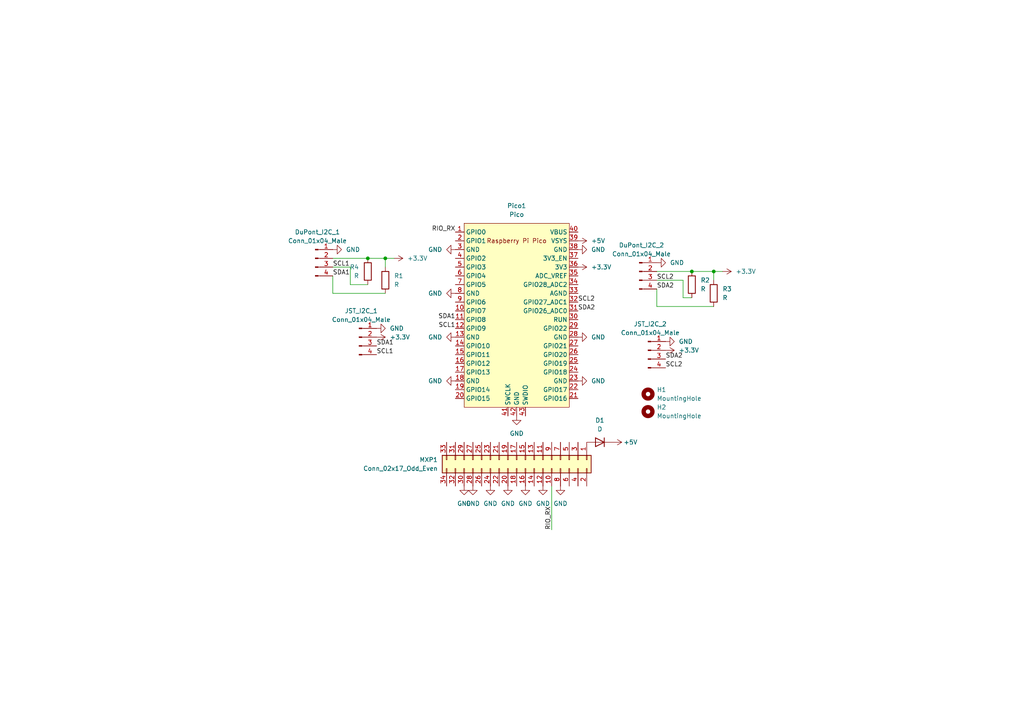
<source format=kicad_sch>
(kicad_sch (version 20211123) (generator eeschema)
  (paper "A4")
  (lib_symbols
    (symbol "Connector:Conn_01x04_Male" (pin_names (offset 1.016) hide)
      (property "Reference" "J" (at 0 5.08 0))
      (property "Value" "Conn_01x04_Male" (at 0 -7.62 0))
      (symbol "Conn_01x04_Male_1_1"
        (polyline (pts (xy 1.27 -5.08) (xy 0.8636 -5.08)) (stroke (width 0.1524)))
        (polyline (pts (xy 1.27 -2.54) (xy 0.8636 -2.54)) (stroke (width 0.1524)))
        (polyline (pts (xy 1.27 0) (xy 0.8636 0)) (stroke (width 0.1524)))
        (polyline (pts (xy 1.27 2.54) (xy 0.8636 2.54)) (stroke (width 0.1524)))
        (rectangle (start 0.8636 -4.953) (end 0 -5.207) (stroke (width 0.1524)) (fill (type outline)))
        (rectangle (start 0.8636 -2.413) (end 0 -2.667) (stroke (width 0.1524)) (fill (type outline)))
        (rectangle (start 0.8636 0.127) (end 0 -0.127) (stroke (width 0.1524)) (fill (type outline)))
        (rectangle (start 0.8636 2.667) (end 0 2.413) (stroke (width 0.1524)) (fill (type outline)))
        (pin passive line (at 5.08 2.54 180) (length 3.81) (name "Pin_1") (number "1"))
        (pin passive line (at 5.08 0 180) (length 3.81) (name "Pin_2") (number "2"))
        (pin passive line (at 5.08 -2.54 180) (length 3.81) (name "Pin_3") (number "3"))
        (pin passive line (at 5.08 -5.08 180) (length 3.81) (name "Pin_4") (number "4"))
      )
    )
    (symbol "Connector_Generic:Conn_02x17_Odd_Even" (pin_names (offset 1.016) hide)
      (property "Reference" "J" (at 1.27 22.86 0))
      (property "Value" "Conn_02x17_Odd_Even" (at 1.27 -22.86 0))
      (symbol "Conn_02x17_Odd_Even_1_1"
        (rectangle (start -1.27 -20.193) (end 0 -20.447) (stroke (width 0.1524)))
        (rectangle (start -1.27 -17.653) (end 0 -17.907) (stroke (width 0.1524)))
        (rectangle (start -1.27 -15.113) (end 0 -15.367) (stroke (width 0.1524)))
        (rectangle (start -1.27 -12.573) (end 0 -12.827) (stroke (width 0.1524)))
        (rectangle (start -1.27 -10.033) (end 0 -10.287) (stroke (width 0.1524)))
        (rectangle (start -1.27 -7.493) (end 0 -7.747) (stroke (width 0.1524)))
        (rectangle (start -1.27 -4.953) (end 0 -5.207) (stroke (width 0.1524)))
        (rectangle (start -1.27 -2.413) (end 0 -2.667) (stroke (width 0.1524)))
        (rectangle (start -1.27 0.127) (end 0 -0.127) (stroke (width 0.1524)))
        (rectangle (start -1.27 2.667) (end 0 2.413) (stroke (width 0.1524)))
        (rectangle (start -1.27 5.207) (end 0 4.953) (stroke (width 0.1524)))
        (rectangle (start -1.27 7.747) (end 0 7.493) (stroke (width 0.1524)))
        (rectangle (start -1.27 10.287) (end 0 10.033) (stroke (width 0.1524)))
        (rectangle (start -1.27 12.827) (end 0 12.573) (stroke (width 0.1524)))
        (rectangle (start -1.27 15.367) (end 0 15.113) (stroke (width 0.1524)))
        (rectangle (start -1.27 17.907) (end 0 17.653) (stroke (width 0.1524)))
        (rectangle (start -1.27 20.447) (end 0 20.193) (stroke (width 0.1524)))
        (rectangle (start -1.27 21.59) (end 3.81 -21.59) (stroke (width 0.254)) (fill (type background)))
        (rectangle (start 3.81 -20.193) (end 2.54 -20.447) (stroke (width 0.1524)))
        (rectangle (start 3.81 -17.653) (end 2.54 -17.907) (stroke (width 0.1524)))
        (rectangle (start 3.81 -15.113) (end 2.54 -15.367) (stroke (width 0.1524)))
        (rectangle (start 3.81 -12.573) (end 2.54 -12.827) (stroke (width 0.1524)))
        (rectangle (start 3.81 -10.033) (end 2.54 -10.287) (stroke (width 0.1524)))
        (rectangle (start 3.81 -7.493) (end 2.54 -7.747) (stroke (width 0.1524)))
        (rectangle (start 3.81 -4.953) (end 2.54 -5.207) (stroke (width 0.1524)))
        (rectangle (start 3.81 -2.413) (end 2.54 -2.667) (stroke (width 0.1524)))
        (rectangle (start 3.81 0.127) (end 2.54 -0.127) (stroke (width 0.1524)))
        (rectangle (start 3.81 2.667) (end 2.54 2.413) (stroke (width 0.1524)))
        (rectangle (start 3.81 5.207) (end 2.54 4.953) (stroke (width 0.1524)))
        (rectangle (start 3.81 7.747) (end 2.54 7.493) (stroke (width 0.1524)))
        (rectangle (start 3.81 10.287) (end 2.54 10.033) (stroke (width 0.1524)))
        (rectangle (start 3.81 12.827) (end 2.54 12.573) (stroke (width 0.1524)))
        (rectangle (start 3.81 15.367) (end 2.54 15.113) (stroke (width 0.1524)))
        (rectangle (start 3.81 17.907) (end 2.54 17.653) (stroke (width 0.1524)))
        (rectangle (start 3.81 20.447) (end 2.54 20.193) (stroke (width 0.1524)))
        (pin passive line (at -5.08 20.32 0) (length 3.81) (name "Pin_1") (number "1"))
        (pin passive line (at 7.62 10.16 180) (length 3.81) (name "Pin_10") (number "10"))
        (pin passive line (at -5.08 7.62 0) (length 3.81) (name "Pin_11") (number "11"))
        (pin passive line (at 7.62 7.62 180) (length 3.81) (name "Pin_12") (number "12"))
        (pin passive line (at -5.08 5.08 0) (length 3.81) (name "Pin_13") (number "13"))
        (pin passive line (at 7.62 5.08 180) (length 3.81) (name "Pin_14") (number "14"))
        (pin passive line (at -5.08 2.54 0) (length 3.81) (name "Pin_15") (number "15"))
        (pin passive line (at 7.62 2.54 180) (length 3.81) (name "Pin_16") (number "16"))
        (pin passive line (at -5.08 0 0) (length 3.81) (name "Pin_17") (number "17"))
        (pin passive line (at 7.62 0 180) (length 3.81) (name "Pin_18") (number "18"))
        (pin passive line (at -5.08 -2.54 0) (length 3.81) (name "Pin_19") (number "19"))
        (pin passive line (at 7.62 20.32 180) (length 3.81) (name "Pin_2") (number "2"))
        (pin passive line (at 7.62 -2.54 180) (length 3.81) (name "Pin_20") (number "20"))
        (pin passive line (at -5.08 -5.08 0) (length 3.81) (name "Pin_21") (number "21"))
        (pin passive line (at 7.62 -5.08 180) (length 3.81) (name "Pin_22") (number "22"))
        (pin passive line (at -5.08 -7.62 0) (length 3.81) (name "Pin_23") (number "23"))
        (pin passive line (at 7.62 -7.62 180) (length 3.81) (name "Pin_24") (number "24"))
        (pin passive line (at -5.08 -10.16 0) (length 3.81) (name "Pin_25") (number "25"))
        (pin passive line (at 7.62 -10.16 180) (length 3.81) (name "Pin_26") (number "26"))
        (pin passive line (at -5.08 -12.7 0) (length 3.81) (name "Pin_27") (number "27"))
        (pin passive line (at 7.62 -12.7 180) (length 3.81) (name "Pin_28") (number "28"))
        (pin passive line (at -5.08 -15.24 0) (length 3.81) (name "Pin_29") (number "29"))
        (pin passive line (at -5.08 17.78 0) (length 3.81) (name "Pin_3") (number "3"))
        (pin passive line (at 7.62 -15.24 180) (length 3.81) (name "Pin_30") (number "30"))
        (pin passive line (at -5.08 -17.78 0) (length 3.81) (name "Pin_31") (number "31"))
        (pin passive line (at 7.62 -17.78 180) (length 3.81) (name "Pin_32") (number "32"))
        (pin passive line (at -5.08 -20.32 0) (length 3.81) (name "Pin_33") (number "33"))
        (pin passive line (at 7.62 -20.32 180) (length 3.81) (name "Pin_34") (number "34"))
        (pin passive line (at 7.62 17.78 180) (length 3.81) (name "Pin_4") (number "4"))
        (pin passive line (at -5.08 15.24 0) (length 3.81) (name "Pin_5") (number "5"))
        (pin passive line (at 7.62 15.24 180) (length 3.81) (name "Pin_6") (number "6"))
        (pin passive line (at -5.08 12.7 0) (length 3.81) (name "Pin_7") (number "7"))
        (pin passive line (at 7.62 12.7 180) (length 3.81) (name "Pin_8") (number "8"))
        (pin passive line (at -5.08 10.16 0) (length 3.81) (name "Pin_9") (number "9"))
      )
    )
    (symbol "Device:D" (pin_numbers hide) (pin_names (offset 1.016) hide)
      (property "Reference" "D" (at 0 2.54 0))
      (property "Value" "D" (at 0 -2.54 0))
      (symbol "D_0_1"
        (polyline (pts (xy -1.27 1.27) (xy -1.27 -1.27)) (stroke (width 0.254)))
        (polyline (pts (xy 1.27 0) (xy -1.27 0)))
        (polyline (pts (xy 1.27 1.27) (xy 1.27 -1.27) (xy -1.27 0) (xy 1.27 1.27)) (stroke (width 0.254)))
      )
      (symbol "D_1_1"
        (pin passive line (at -3.81 0 0) (length 2.54) (name "K") (number "1"))
        (pin passive line (at 3.81 0 180) (length 2.54) (name "A") (number "2"))
      )
    )
    (symbol "Device:R" (pin_numbers hide) (pin_names (offset 0))
      (property "Reference" "R" (at 2.032 0 90))
      (property "Value" "R" (at 0 0 90))
      (symbol "R_0_1"
        (rectangle (start -1.016 -2.54) (end 1.016 2.54) (stroke (width 0.254)))
      )
      (symbol "R_1_1"
        (pin passive line (at 0 3.81 270) (length 1.27) (name "~") (number "1"))
        (pin passive line (at 0 -3.81 90) (length 1.27) (name "~") (number "2"))
      )
    )
    (symbol "MCU_RaspberryPi_and_Boards:Pico"
      (property "Reference" "U" (at -13.97 27.94 0))
      (property "Value" "Pico" (at 0 19.05 0))
      (symbol "Pico_0_0"
        (text "Raspberry Pi Pico" (at 0 21.59 0) (effects (font (size 1.27 1.27))))
      )
      (symbol "Pico_0_1"
        (rectangle (start -15.24 26.67) (end 15.24 -26.67) (fill (type background)))
      )
      (symbol "Pico_1_1"
        (pin bidirectional line (at -17.78 24.13 0) (length 2.54) (name "GPIO0") (number "1"))
        (pin bidirectional line (at -17.78 1.27 0) (length 2.54) (name "GPIO7") (number "10"))
        (pin bidirectional line (at -17.78 -1.27 0) (length 2.54) (name "GPIO8") (number "11"))
        (pin bidirectional line (at -17.78 -3.81 0) (length 2.54) (name "GPIO9") (number "12"))
        (pin power_in line (at -17.78 -6.35 0) (length 2.54) (name "GND") (number "13"))
        (pin bidirectional line (at -17.78 -8.89 0) (length 2.54) (name "GPIO10") (number "14"))
        (pin bidirectional line (at -17.78 -11.43 0) (length 2.54) (name "GPIO11") (number "15"))
        (pin bidirectional line (at -17.78 -13.97 0) (length 2.54) (name "GPIO12") (number "16"))
        (pin bidirectional line (at -17.78 -16.51 0) (length 2.54) (name "GPIO13") (number "17"))
        (pin power_in line (at -17.78 -19.05 0) (length 2.54) (name "GND") (number "18"))
        (pin bidirectional line (at -17.78 -21.59 0) (length 2.54) (name "GPIO14") (number "19"))
        (pin bidirectional line (at -17.78 21.59 0) (length 2.54) (name "GPIO1") (number "2"))
        (pin bidirectional line (at -17.78 -24.13 0) (length 2.54) (name "GPIO15") (number "20"))
        (pin bidirectional line (at 17.78 -24.13 180) (length 2.54) (name "GPIO16") (number "21"))
        (pin bidirectional line (at 17.78 -21.59 180) (length 2.54) (name "GPIO17") (number "22"))
        (pin power_in line (at 17.78 -19.05 180) (length 2.54) (name "GND") (number "23"))
        (pin bidirectional line (at 17.78 -16.51 180) (length 2.54) (name "GPIO18") (number "24"))
        (pin bidirectional line (at 17.78 -13.97 180) (length 2.54) (name "GPIO19") (number "25"))
        (pin bidirectional line (at 17.78 -11.43 180) (length 2.54) (name "GPIO20") (number "26"))
        (pin bidirectional line (at 17.78 -8.89 180) (length 2.54) (name "GPIO21") (number "27"))
        (pin power_in line (at 17.78 -6.35 180) (length 2.54) (name "GND") (number "28"))
        (pin bidirectional line (at 17.78 -3.81 180) (length 2.54) (name "GPIO22") (number "29"))
        (pin power_in line (at -17.78 19.05 0) (length 2.54) (name "GND") (number "3"))
        (pin input line (at 17.78 -1.27 180) (length 2.54) (name "RUN") (number "30"))
        (pin bidirectional line (at 17.78 1.27 180) (length 2.54) (name "GPIO26_ADC0") (number "31"))
        (pin bidirectional line (at 17.78 3.81 180) (length 2.54) (name "GPIO27_ADC1") (number "32"))
        (pin power_in line (at 17.78 6.35 180) (length 2.54) (name "AGND") (number "33"))
        (pin bidirectional line (at 17.78 8.89 180) (length 2.54) (name "GPIO28_ADC2") (number "34"))
        (pin power_in line (at 17.78 11.43 180) (length 2.54) (name "ADC_VREF") (number "35"))
        (pin power_in line (at 17.78 13.97 180) (length 2.54) (name "3V3") (number "36"))
        (pin input line (at 17.78 16.51 180) (length 2.54) (name "3V3_EN") (number "37"))
        (pin bidirectional line (at 17.78 19.05 180) (length 2.54) (name "GND") (number "38"))
        (pin power_in line (at 17.78 21.59 180) (length 2.54) (name "VSYS") (number "39"))
        (pin bidirectional line (at -17.78 16.51 0) (length 2.54) (name "GPIO2") (number "4"))
        (pin power_in line (at 17.78 24.13 180) (length 2.54) (name "VBUS") (number "40"))
        (pin input line (at -2.54 -29.21 90) (length 2.54) (name "SWCLK") (number "41"))
        (pin power_in line (at 0 -29.21 90) (length 2.54) (name "GND") (number "42"))
        (pin bidirectional line (at 2.54 -29.21 90) (length 2.54) (name "SWDIO") (number "43"))
        (pin bidirectional line (at -17.78 13.97 0) (length 2.54) (name "GPIO3") (number "5"))
        (pin bidirectional line (at -17.78 11.43 0) (length 2.54) (name "GPIO4") (number "6"))
        (pin bidirectional line (at -17.78 8.89 0) (length 2.54) (name "GPIO5") (number "7"))
        (pin power_in line (at -17.78 6.35 0) (length 2.54) (name "GND") (number "8"))
        (pin bidirectional line (at -17.78 3.81 0) (length 2.54) (name "GPIO6") (number "9"))
      )
    )
    (symbol "Mechanical:MountingHole" (pin_names (offset 1.016))
      (property "Reference" "H" (at 0 5.08 0))
      (property "Value" "MountingHole" (at 0 3.175 0))
      (symbol "MountingHole_0_1"
        (circle (center 0 0) (radius 1.27) (stroke (width 1.27)))
      )
    )
    (symbol "power:+3.3V" (power) (pin_names (offset 0))
      (property "Value" "+3.3V" (at 0 3.556 0))
      (symbol "+3.3V_0_1"
        (polyline (pts (xy -0.762 1.27) (xy 0 2.54)))
        (polyline (pts (xy 0 0) (xy 0 2.54)))
        (polyline (pts (xy 0 2.54) (xy 0.762 1.27)))
      )
      (symbol "+3.3V_1_1"
        (pin power_in line (at 0 0 90) (length 0) hide (name "+3.3V") (number "1"))
      )
    )
    (symbol "power:+5V" (power) (pin_names (offset 0))
      (property "Value" "+5V" (at 0 3.556 0))
      (symbol "+5V_0_1"
        (polyline (pts (xy -0.762 1.27) (xy 0 2.54)))
        (polyline (pts (xy 0 0) (xy 0 2.54)))
        (polyline (pts (xy 0 2.54) (xy 0.762 1.27)))
      )
      (symbol "+5V_1_1"
        (pin power_in line (at 0 0 90) (length 0) hide (name "+5V") (number "1"))
      )
    )
    (symbol "power:GND" (power) (pin_names (offset 0))
      (property "Value" "GND" (at 0 -3.81 0))
      (symbol "GND_0_1"
        (polyline (pts (xy 0 0) (xy 0 -1.27) (xy 1.27 -1.27) (xy 0 -2.54) (xy -1.27 -1.27) (xy 0 -1.27)))
      )
      (symbol "GND_1_1"
        (pin power_in line (at 0 0 270) (length 0) hide (name "GND") (number "1"))
      )
    )
  )
  (junction (at 200.66 78.74))
  (junction (at 111.76 74.93))
  (junction (at 106.68 74.93))
  (junction (at 207.01 78.74))
  (wire (pts (xy 106.68 74.93) (xy 96.52 74.93)))
  (wire (pts (xy 160.02 153.67) (xy 160.02 140.97)))
  (wire (pts (xy 101.6 82.55) (xy 106.68 82.55)))
  (wire (pts (xy 207.01 78.74) (xy 209.55 78.74)))
  (wire (pts (xy 96.52 85.09) (xy 111.76 85.09)))
  (wire (pts (xy 114.3 74.93) (xy 111.76 74.93)))
  (wire (pts (xy 111.76 74.93) (xy 106.68 74.93)))
  (wire (pts (xy 111.76 74.93) (xy 111.76 77.47)))
  (wire (pts (xy 190.5 81.28) (xy 198.12 81.28)))
  (wire (pts (xy 200.66 78.74) (xy 207.01 78.74)))
  (wire (pts (xy 96.52 80.01) (xy 96.52 85.09)))
  (wire (pts (xy 190.5 78.74) (xy 200.66 78.74)))
  (wire (pts (xy 101.6 77.47) (xy 101.6 82.55)))
  (wire (pts (xy 198.12 86.36) (xy 200.66 86.36)))
  (wire (pts (xy 190.5 83.82) (xy 190.5 88.9)))
  (wire (pts (xy 207.01 81.28) (xy 207.01 78.74)))
  (wire (pts (xy 198.12 81.28) (xy 198.12 86.36)))
  (wire (pts (xy 96.52 77.47) (xy 101.6 77.47)))
  (wire (pts (xy 190.5 88.9) (xy 207.01 88.9)))
  (label "SDA1" (at 96.52 80.01 0))
  (label "SDA2" (at 193.04 104.14 0))
  (label "SCL2" (at 190.5 81.28 0))
  (label "SCL1" (at 132.08 95.25 180))
  (label "RIO_RX" (at 160.02 153.67 90))
  (label "SCL2" (at 167.64 87.63 0))
  (label "SDA1" (at 109.22 100.33 0))
  (label "SDA2" (at 190.5 83.82 0))
  (label "SCL1" (at 96.52 77.47 0))
  (label "SCL1" (at 109.22 102.87 0))
  (label "RIO_RX" (at 132.08 67.31 180))
  (label "SDA2" (at 167.64 90.17 0))
  (label "SCL2" (at 193.04 106.68 0))
  (label "SDA1" (at 132.08 92.71 180))
  (symbol (lib_id "power:+3.3V") (at 109.22 97.79 270) (unit 1)
    (property "Reference" "#PWR0115" (effects hide))
    (property "Value" "+3.3V" (at 113.03 97.7899 90) (effects (justify left)))
  )
  (symbol (lib_id "Device:R") (at 111.76 81.28 180) (unit 1)
    (property "Reference" "R1" (at 114.3 80.0099 0) (effects (justify right)))
    (property "Value" "R" (at 114.3 82.5499 0) (effects (justify right)))
    (property "Footprint" "Resistor_THT:R_Axial_DIN0207_L6.3mm_D2.5mm_P10.16mm_Horizontal" (effects hide))
  )
  (symbol (lib_id "power:GND") (at 137.16 140.97 0) (unit 1)
    (property "Reference" "#PWR0126" (effects hide))
    (property "Value" "GND" (at 137.16 146.05 0))
  )
  (symbol (lib_id "MCU_RaspberryPi_and_Boards:Pico") (at 149.86 91.44 0) (unit 1)
    (property "Reference" "Pico1" (at 149.86 59.69 0))
    (property "Value" "Pico" (at 149.86 62.23 0))
    (property "Footprint" "MCU_RaspberryPi_and_Boards:RPi_Pico_SMD_TH" (effects hide))
  )
  (symbol (lib_id "Mechanical:MountingHole") (at 187.96 119.38 0) (unit 1)
    (property "Reference" "H2" (at 190.5 118.1099 0) (effects (justify left)))
    (property "Value" "MountingHole" (at 190.5 120.6499 0) (effects (justify left)))
    (property "Footprint" "MountingHole:MountingHole_2mm" (effects hide))
  )
  (symbol (lib_id "power:+3.3V") (at 193.04 101.6 270) (unit 1)
    (property "Reference" "#PWR0116" (effects hide))
    (property "Value" "+3.3V" (at 196.85 101.5999 90) (effects (justify left)))
  )
  (symbol (lib_id "power:+3.3V") (at 209.55 78.74 270) (unit 1)
    (property "Reference" "#PWR0112" (effects hide))
    (property "Value" "+3.3V" (at 213.36 78.7399 90) (effects (justify left)))
  )
  (symbol (lib_id "power:GND") (at 132.08 97.79 270) (unit 1)
    (property "Reference" "#PWR0104" (effects hide))
    (property "Value" "GND" (at 128.27 97.7899 90) (effects (justify right)))
  )
  (symbol (lib_id "power:+5V") (at 177.8 128.27 270) (unit 1)
    (property "Reference" "#PWR0119" (effects hide))
    (property "Value" "+5V" (at 182.88 128.27 90))
  )
  (symbol (lib_id "Connector:Conn_01x04_Male") (at 185.42 78.74 0) (unit 1)
    (property "Reference" "DuPont_I2C_2" (at 186.055 71.12 0))
    (property "Value" "Conn_01x04_Male" (at 186.055 73.66 0))
    (property "Footprint" "Connector_PinHeader_2.54mm:PinHeader_1x04_P2.54mm_Horizontal" (effects hide))
  )
  (symbol (lib_id "Device:R") (at 200.66 82.55 180) (unit 1)
    (property "Reference" "R2" (at 203.2 81.2799 0) (effects (justify right)))
    (property "Value" "R" (at 203.2 83.8199 0) (effects (justify right)))
    (property "Footprint" "Resistor_THT:R_Axial_DIN0207_L6.3mm_D2.5mm_P10.16mm_Horizontal" (effects hide))
  )
  (symbol (lib_id "power:GND") (at 162.56 140.97 0) (unit 1)
    (property "Reference" "#PWR0120" (effects hide))
    (property "Value" "GND" (at 162.56 146.05 0))
  )
  (symbol (lib_id "power:GND") (at 190.5 76.2 90) (unit 1)
    (property "Reference" "#PWR0111" (effects hide))
    (property "Value" "GND" (at 194.31 76.1999 90) (effects (justify right)))
  )
  (symbol (lib_id "power:GND") (at 132.08 85.09 270) (unit 1)
    (property "Reference" "#PWR0103" (effects hide))
    (property "Value" "GND" (at 128.27 85.0899 90) (effects (justify right)))
  )
  (symbol (lib_id "power:GND") (at 142.24 140.97 0) (unit 1)
    (property "Reference" "#PWR0123" (effects hide))
    (property "Value" "GND" (at 142.24 146.05 0))
  )
  (symbol (lib_id "Connector:Conn_01x04_Male") (at 104.14 97.79 0) (unit 1)
    (property "Reference" "JST_I2C_1" (at 104.775 90.17 0))
    (property "Value" "Conn_01x04_Male" (at 104.775 92.71 0))
    (property "Footprint" "Connector_JST:JST_PH_S4B-PH-K_1x04_P2.00mm_Horizontal" (effects hide))
  )
  (symbol (lib_id "power:GND") (at 167.64 97.79 90) (unit 1)
    (property "Reference" "#PWR0109" (effects hide))
    (property "Value" "GND" (at 171.45 97.7899 90) (effects (justify right)))
  )
  (symbol (lib_id "power:GND") (at 157.48 140.97 0) (unit 1)
    (property "Reference" "#PWR0122" (effects hide))
    (property "Value" "GND" (at 157.48 146.05 0))
  )
  (symbol (lib_id "Device:R") (at 207.01 85.09 180) (unit 1)
    (property "Reference" "R3" (at 209.55 83.8199 0) (effects (justify right)))
    (property "Value" "R" (at 209.55 86.3599 0) (effects (justify right)))
    (property "Footprint" "Resistor_THT:R_Axial_DIN0207_L6.3mm_D2.5mm_P10.16mm_Horizontal" (effects hide))
  )
  (symbol (lib_id "power:GND") (at 134.62 140.97 0) (unit 1)
    (property "Reference" "#PWR0125" (effects hide))
    (property "Value" "GND" (at 134.62 146.05 0))
  )
  (symbol (lib_id "Connector:Conn_01x04_Male") (at 91.44 74.93 0) (unit 1)
    (property "Reference" "DuPont_I2C_1" (at 92.075 67.31 0))
    (property "Value" "Conn_01x04_Male" (at 92.075 69.85 0))
    (property "Footprint" "Connector_PinHeader_2.54mm:PinHeader_1x04_P2.54mm_Horizontal" (effects hide))
  )
  (symbol (lib_id "power:GND") (at 132.08 72.39 270) (mirror x) (unit 1)
    (property "Reference" "#PWR0102" (effects hide))
    (property "Value" "GND" (at 128.27 72.3899 90) (effects (justify right)))
  )
  (symbol (lib_id "power:GND") (at 167.64 110.49 90) (unit 1)
    (property "Reference" "#PWR0108" (effects hide))
    (property "Value" "GND" (at 171.45 110.4899 90) (effects (justify right)))
  )
  (symbol (lib_id "power:GND") (at 96.52 72.39 90) (mirror x) (unit 1)
    (property "Reference" "#PWR0101" (effects hide))
    (property "Value" "GND" (at 100.33 72.3899 90) (effects (justify right)))
  )
  (symbol (lib_id "Device:R") (at 106.68 78.74 0) (mirror x) (unit 1)
    (property "Reference" "R4" (at 104.14 77.4699 0) (effects (justify right)))
    (property "Value" "R" (at 104.14 80.0099 0) (effects (justify right)))
    (property "Footprint" "Resistor_THT:R_Axial_DIN0207_L6.3mm_D2.5mm_P10.16mm_Horizontal" (effects hide))
  )
  (symbol (lib_id "power:GND") (at 132.08 110.49 270) (unit 1)
    (property "Reference" "#PWR0105" (effects hide))
    (property "Value" "GND" (at 128.27 110.4899 90) (effects (justify right)))
  )
  (symbol (lib_id "Device:D") (at 173.99 128.27 0) (mirror y) (unit 1)
    (property "Reference" "D1" (at 173.99 121.92 0))
    (property "Value" "D" (at 173.99 124.46 0))
    (property "Footprint" "Diode_THT:D_DO-15_P10.16mm_Horizontal" (effects hide))
  )
  (symbol (lib_id "Connector_Generic:Conn_02x17_Odd_Even") (at 149.86 133.35 270) (unit 1)
    (property "Reference" "MXP1" (at 127 133.3499 90) (effects (justify right)))
    (property "Value" "Conn_02x17_Odd_Even" (at 127 135.8899 90) (effects (justify right)))
    (property "Footprint" "Connector_PinSocket_2.54mm:PinSocket_2x17_P2.54mm_Vertical" (effects hide))
  )
  (symbol (lib_id "Mechanical:MountingHole") (at 187.96 114.3 0) (unit 1)
    (property "Reference" "H1" (at 190.5 113.0299 0) (effects (justify left)))
    (property "Value" "MountingHole" (at 190.5 115.5699 0) (effects (justify left)))
    (property "Footprint" "MountingHole:MountingHole_2mm" (effects hide))
  )
  (symbol (lib_id "power:GND") (at 149.86 120.65 0) (unit 1)
    (property "Reference" "#PWR0107" (effects hide))
    (property "Value" "GND" (at 149.86 125.73 0))
  )
  (symbol (lib_id "power:GND") (at 109.22 95.25 90) (mirror x) (unit 1)
    (property "Reference" "#PWR0114" (effects hide))
    (property "Value" "GND" (at 113.03 95.2499 90) (effects (justify right)))
  )
  (symbol (lib_id "power:GND") (at 167.64 72.39 90) (unit 1)
    (property "Reference" "#PWR0106" (effects hide))
    (property "Value" "GND" (at 171.45 72.3899 90) (effects (justify right)))
  )
  (symbol (lib_id "power:+5V") (at 167.64 69.85 270) (unit 1)
    (property "Reference" "#PWR0117" (effects hide))
    (property "Value" "+5V" (at 171.45 69.8499 90) (effects (justify left)))
  )
  (symbol (lib_id "power:+3.3V") (at 167.64 77.47 270) (unit 1)
    (property "Reference" "#PWR0118" (effects hide))
    (property "Value" "+3.3V" (at 171.45 77.4699 90) (effects (justify left)))
  )
  (symbol (lib_id "power:GND") (at 193.04 99.06 90) (unit 1)
    (property "Reference" "#PWR0113" (effects hide))
    (property "Value" "GND" (at 196.85 99.0599 90) (effects (justify right)))
  )
  (symbol (lib_id "power:GND") (at 147.32 140.97 0) (unit 1)
    (property "Reference" "#PWR0124" (effects hide))
    (property "Value" "GND" (at 147.32 146.05 0))
  )
  (symbol (lib_id "power:GND") (at 152.4 140.97 0) (unit 1)
    (property "Reference" "#PWR0121" (effects hide))
    (property "Value" "GND" (at 152.4 146.05 0))
  )
  (symbol (lib_id "power:+3.3V") (at 114.3 74.93 270) (unit 1)
    (property "Reference" "#PWR0110" (effects hide))
    (property "Value" "+3.3V" (at 118.11 74.9299 90) (effects (justify left)))
  )
  (symbol (lib_id "Connector:Conn_01x04_Male") (at 187.96 101.6 0) (unit 1)
    (property "Reference" "JST_I2C_2" (at 188.595 93.98 0))
    (property "Value" "Conn_01x04_Male" (at 188.595 96.52 0))
    (property "Footprint" "Connector_JST:JST_PH_S4B-PH-K_1x04_P2.00mm_Horizontal" (effects hide))
  )
)
</source>
